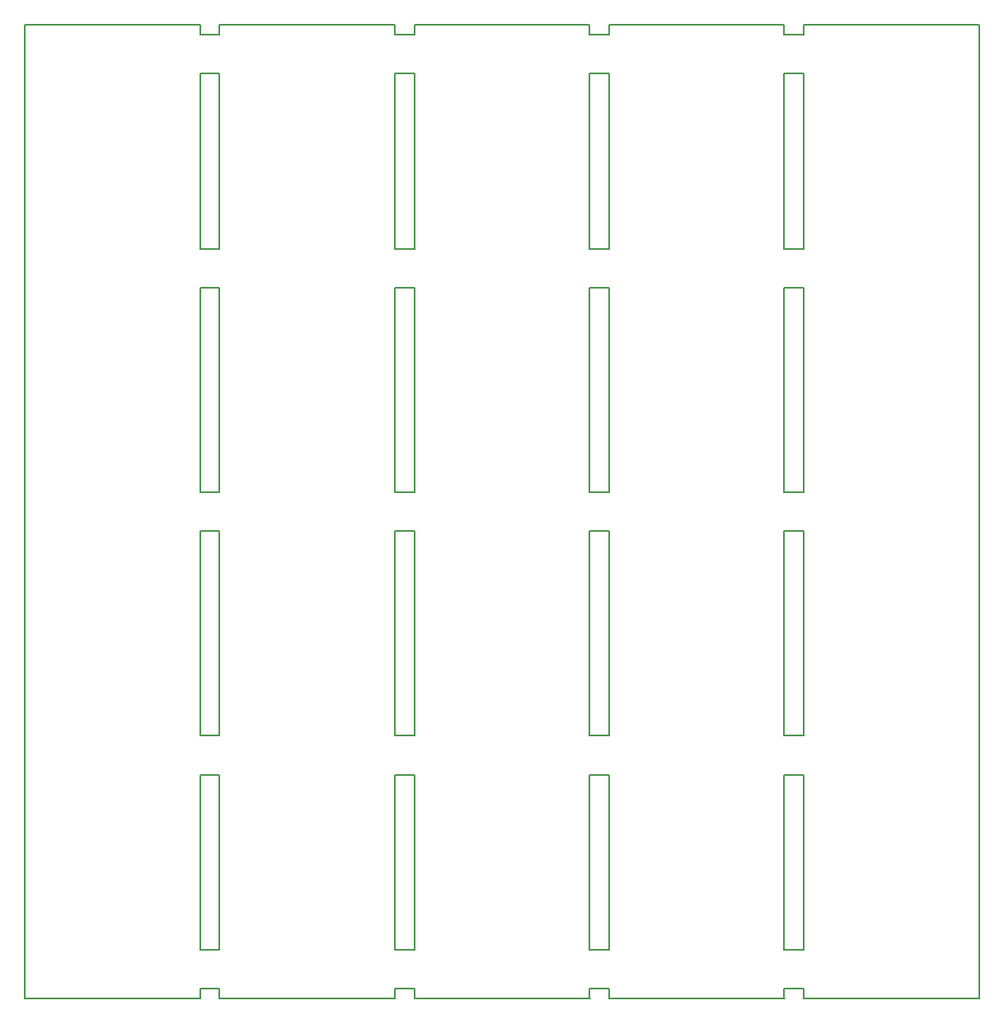
<source format=gko>
%FSTAX24Y24*%
%MOIN*%
G70*
G01*
G75*
G04 Layer_Color=16711935*
%ADD10R,0.0374X0.0315*%
%ADD11R,0.0217X0.0472*%
%ADD12R,0.0256X0.0472*%
%ADD13C,0.0100*%
%ADD14C,0.0039*%
%ADD15C,0.0591*%
%ADD16R,0.0591X0.0591*%
%ADD17C,0.1181*%
%ADD18C,0.0320*%
%ADD19O,0.0217X0.0472*%
%ADD20R,0.0315X0.0374*%
%ADD21C,0.0079*%
%ADD22C,0.0059*%
%ADD23R,0.0454X0.0395*%
%ADD24R,0.0256X0.0512*%
%ADD25R,0.0336X0.0552*%
%ADD26C,0.0671*%
%ADD27R,0.0671X0.0671*%
%ADD28C,0.1261*%
%ADD29C,0.0400*%
%ADD30O,0.0256X0.0512*%
%ADD31R,0.0395X0.0454*%
D21*
X074803Y05015D02*
Y08952D01*
X113386Y05015D02*
Y08952D01*
X105512Y080465D02*
X106299D01*
X105512Y07889D02*
X106299D01*
X08189D02*
X082677D01*
X08189Y080465D02*
X082677D01*
X089764Y07889D02*
X090551D01*
X089764Y080465D02*
X090551D01*
X097638Y07889D02*
X098425D01*
X097638Y080465D02*
X098425D01*
X097638Y089126D02*
X098425D01*
X097638Y087552D02*
X098425D01*
X089764Y089126D02*
X090551D01*
X089764Y087552D02*
X090551D01*
X08189Y089126D02*
X082677D01*
X08189Y087552D02*
X082677D01*
X105512D02*
X106299D01*
X105512Y089126D02*
X106299D01*
X097638Y070622D02*
X098425D01*
X097638Y069048D02*
X098425D01*
X089764Y070622D02*
X090551D01*
X089764Y069048D02*
X090551D01*
X08189Y070622D02*
X082677D01*
X08189Y069048D02*
X082677D01*
X105512D02*
X106299D01*
X105512Y070622D02*
X106299D01*
X097638Y052119D02*
X098425D01*
X097638Y050544D02*
X098425D01*
X089764Y052119D02*
X090551D01*
X089764Y050544D02*
X090551D01*
X08189Y052119D02*
X082677D01*
X08189Y050544D02*
X082677D01*
X105512D02*
X106299D01*
X105512Y052119D02*
X106299D01*
X08189Y05015D02*
Y050544D01*
Y052119D02*
Y059205D01*
Y06078D02*
Y069048D01*
Y070622D02*
Y07889D01*
Y080465D02*
Y087552D01*
Y089126D02*
Y08952D01*
X082677Y089126D02*
Y08952D01*
Y080465D02*
Y087552D01*
Y070622D02*
Y07889D01*
Y06078D02*
Y069048D01*
Y052119D02*
Y059205D01*
Y05015D02*
Y050544D01*
X089764Y089126D02*
Y08952D01*
Y080465D02*
Y087552D01*
Y070622D02*
Y07889D01*
Y06078D02*
Y069048D01*
Y052119D02*
Y059205D01*
Y05015D02*
Y050544D01*
X090551Y089126D02*
Y08952D01*
Y080465D02*
Y087552D01*
Y070622D02*
Y07889D01*
Y06078D02*
Y069048D01*
Y052119D02*
Y059205D01*
Y05015D02*
Y050544D01*
X097638Y089126D02*
Y08952D01*
Y080465D02*
Y087552D01*
Y070622D02*
Y07889D01*
Y06078D02*
Y069048D01*
Y052119D02*
Y059205D01*
Y05015D02*
Y050544D01*
X098425Y089126D02*
Y08952D01*
Y080465D02*
Y087552D01*
Y070622D02*
Y07889D01*
Y06078D02*
Y069048D01*
Y052119D02*
Y059205D01*
Y05015D02*
Y050544D01*
X105512Y089126D02*
Y08952D01*
Y080465D02*
Y087552D01*
Y070622D02*
Y07889D01*
Y06078D02*
Y069048D01*
Y052119D02*
Y059205D01*
Y05015D02*
Y050544D01*
X106299Y089126D02*
Y08952D01*
Y080465D02*
Y087552D01*
Y070622D02*
Y07889D01*
Y06078D02*
Y069048D01*
Y052119D02*
Y059205D01*
Y05015D02*
Y050544D01*
X074803Y08952D02*
X08189D01*
X082677D02*
X089764D01*
X090551D02*
X097638D01*
X098425D02*
X105512D01*
X106299D02*
X113386D01*
X106309Y05015D02*
X113386D01*
X098435D02*
X105521D01*
X090561D02*
X097647D01*
X082687D02*
X089773D01*
X074803D02*
X081899D01*
X08189Y059205D02*
X082677D01*
X08189Y06078D02*
X082677D01*
X089764Y059205D02*
X090551D01*
X089764Y06078D02*
X090551D01*
X097638Y059205D02*
X098425D01*
X097638Y06078D02*
X098425D01*
X105512Y059205D02*
X106299D01*
X105512Y06078D02*
X106299D01*
M02*

</source>
